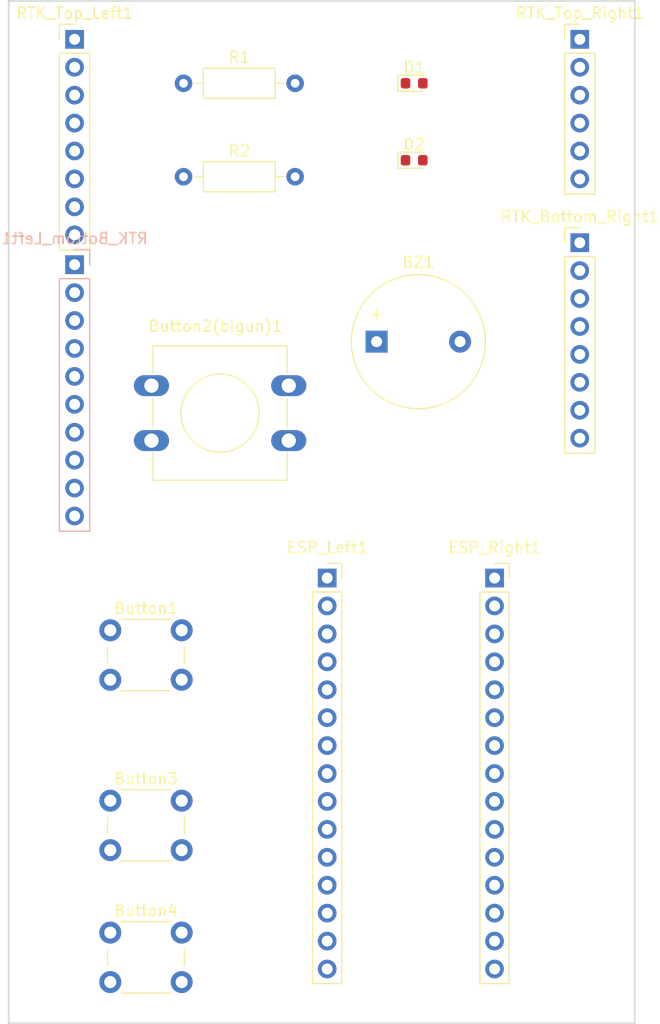
<source format=kicad_pcb>
(kicad_pcb (version 20241229) (generator "pcbnew") (generator_version "9.0")
  (layers (0 "F.Cu" signal) (2 "B.Cu" signal) (13 "F.Paste" user) (15 "B.Paste" user) (5 "F.SilkS" user "F.Silkscreen") (7 "B.SilkS" user "B.Silkscreen") (1 "F.Mask" user) (3 "B.Mask" user) (25 "Edge.Cuts" user))
  (net 0 "")
  (net 1 "GND")
  (net 2 "Net-(ESP_Right1-Pin_2)")
  (net 3 "Net-(ESP_Right1-Pin_1)")
  (net 4 "Net-(ESP_Right1-Pin_6)")
  (net 5 "Net-(ESP_Right1-Pin_7)")
  (net 6 "Net-(BZ1-+)")
  (net 7 "Net-(BZ1--)")
  (net 8 "Net-(D1-A)")
  (net 9 "Net-(D2-A)")
  (net 11 "Net-(ESP_Left1-Pin_5)")
  (net 16 "Net-(ESP_Left1-Pin_6)")
  (net 28 "Net-(ESP_Right1-Pin_10)")
  (footprint "Connector_PinSocket_2.54mm:PinSocket_1x15_P2.54mm_Vertical" (layer "F.Cu") (at 35 54)
    (property "Reference" "ESP_Left1" (at 0 -2.77 0) (layer "F.SilkS"))
    (property "Value" "Conn_01x15_Socket")
    (fp_line (start -1.33 1.27) (end -1.33 36.89) (stroke (width 0.12)) (layer "F.SilkS"))
    (fp_line (start -1.33 1.27) (end 1.33 1.27) (stroke (width 0.12)) (layer "F.SilkS"))
    (fp_line (start -1.33 36.89) (end 1.33 36.89) (stroke (width 0.12)) (layer "F.SilkS"))
    (fp_line (start 0 -1.33) (end 1.33 -1.33) (stroke (width 0.12)) (layer "F.SilkS"))
    (fp_line (start 1.33 -1.33) (end 1.33 0) (stroke (width 0.12)) (layer "F.SilkS"))
    (fp_line (start 1.33 1.27) (end 1.33 36.89) (stroke (width 0.12)) (layer "F.SilkS"))
    (pad "1" thru_hole rect (at 0 0) (size 1.7 1.7) (drill 1) (layers "*.Cu" "*.Mask"))
    (pad "2" thru_hole circle (at 0 2.54) (size 1.7 1.7) (drill 1) (layers "*.Cu" "*.Mask"))
    (pad "3" thru_hole circle (at 0 5.08) (size 1.7 1.7) (drill 1) (layers "*.Cu" "*.Mask"))
    (pad "4" thru_hole circle (at 0 7.62) (size 1.7 1.7) (drill 1) (layers "*.Cu" "*.Mask"))
    (pad "5" thru_hole circle (at 0 10.16) (size 1.7 1.7) (drill 1) (layers "*.Cu" "*.Mask") (net 11 "Net-(ESP_Left1-Pin_5)"))
    (pad "6" thru_hole circle (at 0 12.7) (size 1.7 1.7) (drill 1) (layers "*.Cu" "*.Mask") (net 16 "Net-(ESP_Left1-Pin_6)"))
    (pad "7" thru_hole circle (at 0 15.24) (size 1.7 1.7) (drill 1) (layers "*.Cu" "*.Mask"))
    (pad "8" thru_hole circle (at 0 17.78) (size 1.7 1.7) (drill 1) (layers "*.Cu" "*.Mask"))
    (pad "9" thru_hole circle (at 0 20.32) (size 1.7 1.7) (drill 1) (layers "*.Cu" "*.Mask"))
    (pad "10" thru_hole circle (at 0 22.86) (size 1.7 1.7) (drill 1) (layers "*.Cu" "*.Mask"))
    (pad "11" thru_hole circle (at 0 25.4) (size 1.7 1.7) (drill 1) (layers "*.Cu" "*.Mask"))
    (pad "12" thru_hole circle (at 0 27.94) (size 1.7 1.7) (drill 1) (layers "*.Cu" "*.Mask"))
    (pad "13" thru_hole circle (at 0 30.48) (size 1.7 1.7) (drill 1) (layers "*.Cu" "*.Mask"))
    (pad "14" thru_hole circle (at 0 33.02) (size 1.7 1.7) (drill 1) (layers "*.Cu" "*.Mask"))
    (pad "15" thru_hole circle (at 0 35.56) (size 1.7 1.7) (drill 1) (layers "*.Cu" "*.Mask"))
  )
  (footprint "Connector_PinHeader_2.54mm:PinHeader_1x10_P2.54mm_Vertical" (layer "F.Cu") (at 12 25.5 180)
    (property "Reference" "RTK_Bottom_Left1" (at 0 2.38 0) (layer "B.SilkS") (effects (justify mirror)))
    (property "Value" "Conn_01x10_Pin")
    (fp_line (start 1.38 -1.27) (end 1.38 -24.24) (stroke (width 0.12)) (layer "B.SilkS"))
    (fp_line (start -1.38 1.38) (end 0 1.38) (stroke (width 0.12)) (layer "B.SilkS"))
    (fp_line (start -1.38 0) (end -1.38 1.38) (stroke (width 0.12)) (layer "B.SilkS"))
    (fp_line (start -1.38 -1.27) (end 1.38 -1.27) (stroke (width 0.12)) (layer "B.SilkS"))
    (fp_line (start -1.38 -1.27) (end -1.38 -24.24) (stroke (width 0.12)) (layer "B.SilkS"))
    (fp_line (start -1.38 -24.24) (end 1.38 -24.24) (stroke (width 0.12)) (layer "B.SilkS"))
    (pad "1" thru_hole rect (at 0 0 180) (size 1.7 1.7) (drill 1) (layers "*.Cu" "*.Mask"))
    (pad "2" thru_hole circle (at 0 -2.54 180) (size 1.7 1.7) (drill 1) (layers "*.Cu" "*.Mask"))
    (pad "3" thru_hole circle (at 0 -5.08 180) (size 1.7 1.7) (drill 1) (layers "*.Cu" "*.Mask"))
    (pad "4" thru_hole circle (at 0 -7.62 180) (size 1.7 1.7) (drill 1) (layers "*.Cu" "*.Mask"))
    (pad "5" thru_hole circle (at 0 -10.16 180) (size 1.7 1.7) (drill 1) (layers "*.Cu" "*.Mask"))
    (pad "6" thru_hole circle (at 0 -12.7 180) (size 1.7 1.7) (drill 1) (layers "*.Cu" "*.Mask"))
    (pad "7" thru_hole circle (at 0 -15.24 180) (size 1.7 1.7) (drill 1) (layers "*.Cu" "*.Mask"))
    (pad "8" thru_hole circle (at 0 -17.78 180) (size 1.7 1.7) (drill 1) (layers "*.Cu" "*.Mask"))
    (pad "9" thru_hole circle (at 0 -20.32 180) (size 1.7 1.7) (drill 1) (layers "*.Cu" "*.Mask"))
    (pad "10" thru_hole circle (at 0 -22.86 180) (size 1.7 1.7) (drill 1) (layers "*.Cu" "*.Mask"))
  )
  (footprint "Buzzer_Beeper:Buzzer_12x9.5RM7.6" (layer "F.Cu") (at 39.5 32.5)
    (property "Reference" "BZ1" (at 3.8 -7.2 0) (layer "F.SilkS"))
    (property "Value" "Buzzer")
    (fp_circle (center 3.8 0) (end 9.9 0) (stroke (width 0.12)) (fill no) (layer "F.SilkS"))
    (fp_text user "+" (at -0.01 -2.54 0) (layer "F.SilkS"))
    (pad "1" thru_hole rect (at 0 0) (size 2 2) (drill 1) (layers "*.Cu" "*.Mask") (net 6 "Net-(BZ1-+)"))
    (pad "2" thru_hole circle (at 7.6 0) (size 2 2) (drill 1) (layers "*.Cu" "*.Mask") (net 7 "Net-(BZ1--)"))
  )
  (footprint "LED_SMD:LED_0603_1608Metric" (layer "F.Cu") (at 42.92 16)
    (property "Reference" "D2" (at 0 -1.43 0) (layer "F.SilkS"))
    (property "Value" "Green(Status)")
    (fp_line (start -1.485 -0.735) (end -1.485 0.735) (stroke (width 0.12)) (layer "F.SilkS"))
    (fp_line (start -1.485 0.735) (end 0.8 0.735) (stroke (width 0.12)) (layer "F.SilkS"))
    (fp_line (start 0.8 -0.735) (end -1.485 -0.735) (stroke (width 0.12)) (layer "F.SilkS"))
    (pad "1" smd roundrect (at -0.7875 0) (size 0.875 0.95) (layers "F.Cu" "F.Mask" "F.Paste") (net 1 "GND"))
    (pad "2" smd roundrect (at 0.7875 0) (size 0.875 0.95) (layers "F.Cu" "F.Mask" "F.Paste") (net 9 "Net-(D2-A)"))
  )
  (footprint "Button_Switch_THT:SW_PUSH-12mm" (layer "F.Cu") (at 19 36.5)
    (property "Reference" "Button2(bigun)1" (at 5.83 -5.41 0) (layer "F.SilkS"))
    (property "Value" "SW_Push")
    (fp_line (start 0.14 -3.61) (end 0.14 -1.1) (stroke (width 0.12)) (layer "F.SilkS"))
    (fp_line (start 0.14 -3.61) (end 12.36 -3.61) (stroke (width 0.12)) (layer "F.SilkS"))
    (fp_line (start 0.14 1.2) (end 0.14 3.8) (stroke (width 0.12)) (layer "F.SilkS"))
    (fp_line (start 0.14 6.1) (end 0.14 8.61) (stroke (width 0.12)) (layer "F.SilkS"))
    (fp_line (start 12.36 -3.61) (end 12.36 -1.1) (stroke (width 0.12)) (layer "F.SilkS"))
    (fp_line (start 12.36 1.2) (end 12.36 3.8) (stroke (width 0.12)) (layer "F.SilkS"))
    (fp_line (start 12.36 6.1) (end 12.36 8.61) (stroke (width 0.12)) (layer "F.SilkS"))
    (fp_line (start 12.36 8.61) (end 0.14 8.61) (stroke (width 0.12)) (layer "F.SilkS"))
    (fp_circle (center 6.25 2.5) (end 9.8 2.5) (stroke (width 0.12)) (fill no) (layer "F.SilkS"))
    (pad "1" thru_hole oval (at 0 0) (size 3.2 1.9) (drill 1.3) (layers "*.Cu" "*.Mask") (net 3 "Net-(ESP_Right1-Pin_1)"))
    (pad "1" thru_hole oval (at 12.5 0) (size 3.2 1.9) (drill 1.3) (layers "*.Cu" "*.Mask") (net 3 "Net-(ESP_Right1-Pin_1)"))
    (pad "2" thru_hole oval (at 0 5) (size 3.2 1.9) (drill 1.3) (layers "*.Cu" "*.Mask") (net 1 "GND"))
    (pad "2" thru_hole oval (at 12.5 5) (size 3.2 1.9) (drill 1.3) (layers "*.Cu" "*.Mask") (net 1 "GND"))
  )
  (footprint "Connector_PinSocket_2.54mm:PinSocket_1x15_P2.54mm_Vertical" (layer "F.Cu") (at 50.24 54)
    (property "Reference" "ESP_Right1" (at 0 -2.77 0) (layer "F.SilkS"))
    (property "Value" "Conn_01x15_Socket")
    (fp_line (start -1.33 1.27) (end -1.33 36.89) (stroke (width 0.12)) (layer "F.SilkS"))
    (fp_line (start -1.33 1.27) (end 1.33 1.27) (stroke (width 0.12)) (layer "F.SilkS"))
    (fp_line (start -1.33 36.89) (end 1.33 36.89) (stroke (width 0.12)) (layer "F.SilkS"))
    (fp_line (start 0 -1.33) (end 1.33 -1.33) (stroke (width 0.12)) (layer "F.SilkS"))
    (fp_line (start 1.33 -1.33) (end 1.33 0) (stroke (width 0.12)) (layer "F.SilkS"))
    (fp_line (start 1.33 1.27) (end 1.33 36.89) (stroke (width 0.12)) (layer "F.SilkS"))
    (pad "1" thru_hole rect (at 0 0) (size 1.7 1.7) (drill 1) (layers "*.Cu" "*.Mask") (net 3 "Net-(ESP_Right1-Pin_1)"))
    (pad "2" thru_hole circle (at 0 2.54) (size 1.7 1.7) (drill 1) (layers "*.Cu" "*.Mask") (net 2 "Net-(ESP_Right1-Pin_2)"))
    (pad "3" thru_hole circle (at 0 5.08) (size 1.7 1.7) (drill 1) (layers "*.Cu" "*.Mask"))
    (pad "4" thru_hole circle (at 0 7.62) (size 1.7 1.7) (drill 1) (layers "*.Cu" "*.Mask"))
    (pad "5" thru_hole circle (at 0 10.16) (size 1.7 1.7) (drill 1) (layers "*.Cu" "*.Mask") (net 7 "Net-(BZ1--)"))
    (pad "6" thru_hole circle (at 0 12.7) (size 1.7 1.7) (drill 1) (layers "*.Cu" "*.Mask") (net 4 "Net-(ESP_Right1-Pin_6)"))
    (pad "7" thru_hole circle (at 0 15.24) (size 1.7 1.7) (drill 1) (layers "*.Cu" "*.Mask") (net 5 "Net-(ESP_Right1-Pin_7)"))
    (pad "8" thru_hole circle (at 0 17.78) (size 1.7 1.7) (drill 1) (layers "*.Cu" "*.Mask") (net 6 "Net-(BZ1-+)"))
    (pad "9" thru_hole circle (at 0 20.32) (size 1.7 1.7) (drill 1) (layers "*.Cu" "*.Mask"))
    (pad "10" thru_hole circle (at 0 22.86) (size 1.7 1.7) (drill 1) (layers "*.Cu" "*.Mask") (net 28 "Net-(ESP_Right1-Pin_10)"))
    (pad "11" thru_hole circle (at 0 25.4) (size 1.7 1.7) (drill 1) (layers "*.Cu" "*.Mask"))
    (pad "12" thru_hole circle (at 0 27.94) (size 1.7 1.7) (drill 1) (layers "*.Cu" "*.Mask"))
    (pad "13" thru_hole circle (at 0 30.48) (size 1.7 1.7) (drill 1) (layers "*.Cu" "*.Mask"))
    (pad "14" thru_hole circle (at 0 33.02) (size 1.7 1.7) (drill 1) (layers "*.Cu" "*.Mask") (net 1 "GND"))
    (pad "15" thru_hole circle (at 0 35.56) (size 1.7 1.7) (drill 1) (layers "*.Cu" "*.Mask"))
  )
  (footprint "Button_Switch_THT:SW_PUSH_6mm" (layer "F.Cu") (at 15.25 74.25)
    (property "Reference" "Button3" (at 3.25 -2 0) (layer "F.SilkS"))
    (property "Value" "SW_Push")
    (fp_line (start -0.25 1.5) (end -0.25 3) (stroke (width 0.12)) (layer "F.SilkS"))
    (fp_line (start 1 5.5) (end 5.5 5.5) (stroke (width 0.12)) (layer "F.SilkS"))
    (fp_line (start 5.5 -1) (end 1 -1) (stroke (width 0.12)) (layer "F.SilkS"))
    (fp_line (start 6.75 3) (end 6.75 1.5) (stroke (width 0.12)) (layer "F.SilkS"))
    (pad "1" thru_hole circle (at 0 0 90) (size 2 2) (drill 1.1) (layers "*.Cu" "*.Mask") (net 4 "Net-(ESP_Right1-Pin_6)"))
    (pad "1" thru_hole circle (at 6.5 0 90) (size 2 2) (drill 1.1) (layers "*.Cu" "*.Mask") (net 4 "Net-(ESP_Right1-Pin_6)"))
    (pad "2" thru_hole circle (at 0 4.5 90) (size 2 2) (drill 1.1) (layers "*.Cu" "*.Mask") (net 1 "GND"))
    (pad "2" thru_hole circle (at 6.5 4.5 90) (size 2 2) (drill 1.1) (layers "*.Cu" "*.Mask") (net 1 "GND"))
  )
  (footprint "Resistor_THT:R_Axial_DIN0207_L6.3mm_D2.5mm_P10.16mm_Horizontal" (layer "F.Cu") (at 21.92 17.5)
    (property "Reference" "R2" (at 5.08 -2.37 0) (layer "F.SilkS"))
    (property "Value" "R")
    (fp_line (start 1.04 0) (end 1.81 0) (stroke (width 0.12)) (layer "F.SilkS"))
    (fp_line (start 9.12 0) (end 8.35 0) (stroke (width 0.12)) (layer "F.SilkS"))
    (fp_rect (start 1.81 -1.37) (end 8.35 1.37) (stroke (width 0.12)) (fill no) (layer "F.SilkS"))
    (pad "1" thru_hole circle (at 0 0) (size 1.6 1.6) (drill 0.8) (layers "*.Cu" "*.Mask") (net 16 "Net-(ESP_Left1-Pin_6)"))
    (pad "2" thru_hole circle (at 10.16 0) (size 1.6 1.6) (drill 0.8) (layers "*.Cu" "*.Mask") (net 9 "Net-(D2-A)"))
  )
  (footprint "Button_Switch_THT:SW_PUSH_6mm" (layer "F.Cu") (at 15.25 58.75)
    (property "Reference" "Button1" (at 3.25 -2 0) (layer "F.SilkS"))
    (property "Value" "SW_Push")
    (fp_line (start -0.25 1.5) (end -0.25 3) (stroke (width 0.12)) (layer "F.SilkS"))
    (fp_line (start 1 5.5) (end 5.5 5.5) (stroke (width 0.12)) (layer "F.SilkS"))
    (fp_line (start 5.5 -1) (end 1 -1) (stroke (width 0.12)) (layer "F.SilkS"))
    (fp_line (start 6.75 3) (end 6.75 1.5) (stroke (width 0.12)) (layer "F.SilkS"))
    (pad "1" thru_hole circle (at 0 0 90) (size 2 2) (drill 1.1) (layers "*.Cu" "*.Mask") (net 2 "Net-(ESP_Right1-Pin_2)"))
    (pad "1" thru_hole circle (at 6.5 0 90) (size 2 2) (drill 1.1) (layers "*.Cu" "*.Mask") (net 2 "Net-(ESP_Right1-Pin_2)"))
    (pad "2" thru_hole circle (at 0 4.5 90) (size 2 2) (drill 1.1) (layers "*.Cu" "*.Mask") (net 1 "GND"))
    (pad "2" thru_hole circle (at 6.5 4.5 90) (size 2 2) (drill 1.1) (layers "*.Cu" "*.Mask") (net 1 "GND"))
  )
  (footprint "Resistor_THT:R_Axial_DIN0207_L6.3mm_D2.5mm_P10.16mm_Horizontal" (layer "F.Cu") (at 21.92 9)
    (property "Reference" "R1" (at 5.08 -2.37 0) (layer "F.SilkS"))
    (property "Value" "R")
    (fp_line (start 1.04 0) (end 1.81 0) (stroke (width 0.12)) (layer "F.SilkS"))
    (fp_line (start 9.12 0) (end 8.35 0) (stroke (width 0.12)) (layer "F.SilkS"))
    (fp_rect (start 1.81 -1.37) (end 8.35 1.37) (stroke (width 0.12)) (fill no) (layer "F.SilkS"))
    (pad "1" thru_hole circle (at 0 0) (size 1.6 1.6) (drill 0.8) (layers "*.Cu" "*.Mask") (net 11 "Net-(ESP_Left1-Pin_5)"))
    (pad "2" thru_hole circle (at 10.16 0) (size 1.6 1.6) (drill 0.8) (layers "*.Cu" "*.Mask") (net 8 "Net-(D1-A)"))
  )
  (footprint "Button_Switch_THT:SW_PUSH_6mm" (layer "F.Cu") (at 15.25 86.25)
    (property "Reference" "Button4" (at 3.25 -2 0) (layer "F.SilkS"))
    (property "Value" "SW_Push")
    (fp_line (start -0.25 1.5) (end -0.25 3) (stroke (width 0.12)) (layer "F.SilkS"))
    (fp_line (start 1 5.5) (end 5.5 5.5) (stroke (width 0.12)) (layer "F.SilkS"))
    (fp_line (start 5.5 -1) (end 1 -1) (stroke (width 0.12)) (layer "F.SilkS"))
    (fp_line (start 6.75 3) (end 6.75 1.5) (stroke (width 0.12)) (layer "F.SilkS"))
    (pad "1" thru_hole circle (at 0 0 90) (size 2 2) (drill 1.1) (layers "*.Cu" "*.Mask") (net 5 "Net-(ESP_Right1-Pin_7)"))
    (pad "1" thru_hole circle (at 6.5 0 90) (size 2 2) (drill 1.1) (layers "*.Cu" "*.Mask") (net 5 "Net-(ESP_Right1-Pin_7)"))
    (pad "2" thru_hole circle (at 0 4.5 90) (size 2 2) (drill 1.1) (layers "*.Cu" "*.Mask") (net 1 "GND"))
    (pad "2" thru_hole circle (at 6.5 4.5 90) (size 2 2) (drill 1.1) (layers "*.Cu" "*.Mask") (net 1 "GND"))
  )
  (footprint "LED_SMD:LED_0603_1608Metric" (layer "F.Cu") (at 42.92 9)
    (property "Reference" "D1" (at 0 -1.43 0) (layer "F.SilkS"))
    (property "Value" "Blue")
    (fp_line (start -1.485 -0.735) (end -1.485 0.735) (stroke (width 0.12)) (layer "F.SilkS"))
    (fp_line (start -1.485 0.735) (end 0.8 0.735) (stroke (width 0.12)) (layer "F.SilkS"))
    (fp_line (start 0.8 -0.735) (end -1.485 -0.735) (stroke (width 0.12)) (layer "F.SilkS"))
    (pad "1" smd roundrect (at -0.7875 0) (size 0.875 0.95) (layers "F.Cu" "F.Mask" "F.Paste") (net 1 "GND"))
    (pad "2" smd roundrect (at 0.7875 0) (size 0.875 0.95) (layers "F.Cu" "F.Mask" "F.Paste") (net 8 "Net-(D1-A)"))
  )
  (footprint "Connector_PinHeader_2.54mm:PinHeader_1x06_P2.54mm_Vertical" (layer "B.Cu") (at 58 5)
    (property "Reference" "RTK_Top_Right1" (at 0 -2.38 0) (layer "F.SilkS"))
    (property "Value" "Conn_01x06_Pin")
    (fp_line (start -1.38 -1.38) (end 0 -1.38) (stroke (width 0.12)) (layer "F.SilkS"))
    (fp_line (start -1.38 0) (end -1.38 -1.38) (stroke (width 0.12)) (layer "F.SilkS"))
    (fp_line (start -1.38 1.27) (end -1.38 14.08) (stroke (width 0.12)) (layer "F.SilkS"))
    (fp_line (start -1.38 1.27) (end 1.38 1.27) (stroke (width 0.12)) (layer "F.SilkS"))
    (fp_line (start -1.38 14.08) (end 1.38 14.08) (stroke (width 0.12)) (layer "F.SilkS"))
    (fp_line (start 1.38 1.27) (end 1.38 14.08) (stroke (width 0.12)) (layer "F.SilkS"))
    (pad "1" thru_hole rect (at 0 0) (size 1.7 1.7) (drill 1) (layers "*.Cu" "*.Mask"))
    (pad "2" thru_hole circle (at 0 2.54) (size 1.7 1.7) (drill 1) (layers "*.Cu" "*.Mask"))
    (pad "3" thru_hole circle (at 0 5.08) (size 1.7 1.7) (drill 1) (layers "*.Cu" "*.Mask"))
    (pad "4" thru_hole circle (at 0 7.62) (size 1.7 1.7) (drill 1) (layers "*.Cu" "*.Mask"))
    (pad "5" thru_hole circle (at 0 10.16) (size 1.7 1.7) (drill 1) (layers "*.Cu" "*.Mask"))
    (pad "6" thru_hole circle (at 0 12.7) (size 1.7 1.7) (drill 1) (layers "*.Cu" "*.Mask"))
  )
  (footprint "Connector_PinHeader_2.54mm:PinHeader_1x08_P2.54mm_Vertical" (layer "B.Cu") (at 12 5)
    (property "Reference" "RTK_Top_Left1" (at 0 -2.38 0) (layer "F.SilkS"))
    (property "Value" "Conn_01x08_Pin")
    (fp_line (start -1.38 -1.38) (end 0 -1.38) (stroke (width 0.12)) (layer "F.SilkS"))
    (fp_line (start -1.38 0) (end -1.38 -1.38) (stroke (width 0.12)) (layer "F.SilkS"))
    (fp_line (start -1.38 1.27) (end -1.38 19.16) (stroke (width 0.12)) (layer "F.SilkS"))
    (fp_line (start -1.38 1.27) (end 1.38 1.27) (stroke (width 0.12)) (layer "F.SilkS"))
    (fp_line (start -1.38 19.16) (end 1.38 19.16) (stroke (width 0.12)) (layer "F.SilkS"))
    (fp_line (start 1.38 1.27) (end 1.38 19.16) (stroke (width 0.12)) (layer "F.SilkS"))
    (pad "1" thru_hole rect (at 0 0) (size 1.7 1.7) (drill 1) (layers "*.Cu" "*.Mask") (net 28 "Net-(ESP_Right1-Pin_10)"))
    (pad "2" thru_hole circle (at 0 2.54) (size 1.7 1.7) (drill 1) (layers "*.Cu" "*.Mask"))
    (pad "3" thru_hole circle (at 0 5.08) (size 1.7 1.7) (drill 1) (layers "*.Cu" "*.Mask"))
    (pad "4" thru_hole circle (at 0 7.62) (size 1.7 1.7) (drill 1) (layers "*.Cu" "*.Mask"))
    (pad "5" thru_hole circle (at 0 10.16) (size 1.7 1.7) (drill 1) (layers "*.Cu" "*.Mask"))
    (pad "6" thru_hole circle (at 0 12.7) (size 1.7 1.7) (drill 1) (layers "*.Cu" "*.Mask"))
    (pad "7" thru_hole circle (at 0 15.24) (size 1.7 1.7) (drill 1) (layers "*.Cu" "*.Mask"))
    (pad "8" thru_hole circle (at 0 17.78) (size 1.7 1.7) (drill 1) (layers "*.Cu" "*.Mask"))
  )
  (footprint "Connector_PinHeader_2.54mm:PinHeader_1x08_P2.54mm_Vertical" (layer "B.Cu") (at 58 23.5)
    (property "Reference" "RTK_Bottom_Right1" (at 0 -2.38 0) (layer "F.SilkS"))
    (property "Value" "Conn_01x08_Pin")
    (fp_line (start -1.38 -1.38) (end 0 -1.38) (stroke (width 0.12)) (layer "F.SilkS"))
    (fp_line (start -1.38 0) (end -1.38 -1.38) (stroke (width 0.12)) (layer "F.SilkS"))
    (fp_line (start -1.38 1.27) (end -1.38 19.16) (stroke (width 0.12)) (layer "F.SilkS"))
    (fp_line (start -1.38 1.27) (end 1.38 1.27) (stroke (width 0.12)) (layer "F.SilkS"))
    (fp_line (start -1.38 19.16) (end 1.38 19.16) (stroke (width 0.12)) (layer "F.SilkS"))
    (fp_line (start 1.38 1.27) (end 1.38 19.16) (stroke (width 0.12)) (layer "F.SilkS"))
    (pad "1" thru_hole rect (at 0 0) (size 1.7 1.7) (drill 1) (layers "*.Cu" "*.Mask") (net 1 "GND"))
    (pad "2" thru_hole circle (at 0 2.54) (size 1.7 1.7) (drill 1) (layers "*.Cu" "*.Mask") (net 1 "GND"))
    (pad "3" thru_hole circle (at 0 5.08) (size 1.7 1.7) (drill 1) (layers "*.Cu" "*.Mask"))
    (pad "4" thru_hole circle (at 0 7.62) (size 1.7 1.7) (drill 1) (layers "*.Cu" "*.Mask"))
    (pad "5" thru_hole circle (at 0 10.16) (size 1.7 1.7) (drill 1) (layers "*.Cu" "*.Mask"))
    (pad "6" thru_hole circle (at 0 12.7) (size 1.7 1.7) (drill 1) (layers "*.Cu" "*.Mask"))
    (pad "7" thru_hole circle (at 0 15.24) (size 1.7 1.7) (drill 1) (layers "*.Cu" "*.Mask"))
    (pad "8" thru_hole circle (at 0 17.78) (size 1.7 1.7) (drill 1) (layers "*.Cu" "*.Mask"))
  )
  (gr_rect (start 6 1.5) (end 63 94.5) (stroke (width 0.15)) (fill no) (layer "Edge.Cuts"))
)
</source>
